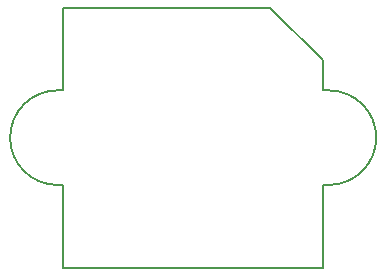
<source format=gbr>
G04 (created by PCBNEW (2013-may-18)-stable) date Ср 04 ноя 2015 02:15:30*
%MOIN*%
G04 Gerber Fmt 3.4, Leading zero omitted, Abs format*
%FSLAX34Y34*%
G01*
G70*
G90*
G04 APERTURE LIST*
%ADD10C,0.00393701*%
%ADD11C,0.00590551*%
G04 APERTURE END LIST*
G54D10*
G54D11*
X15850Y-15250D02*
X15850Y-14250D01*
X14100Y-12500D02*
X7200Y-12500D01*
X15850Y-14250D02*
X14100Y-12500D01*
X5430Y-16838D02*
G75*
G03X7005Y-18412I1574J0D01*
G74*
G01*
X7005Y-15263D02*
G75*
G03X5430Y-16838I0J-1574D01*
G74*
G01*
X16060Y-18412D02*
G75*
G03X17635Y-16838I0J1574D01*
G74*
G01*
X17635Y-16838D02*
G75*
G03X16060Y-15263I-1574J0D01*
G74*
G01*
X15863Y-18412D02*
X16060Y-18412D01*
X15863Y-15263D02*
X16060Y-15263D01*
X7005Y-18412D02*
X7201Y-18412D01*
X7201Y-15263D02*
X7005Y-15263D01*
X7201Y-12507D02*
X7201Y-15263D01*
X15863Y-21168D02*
X15863Y-18412D01*
X7201Y-21168D02*
X15863Y-21168D01*
X7201Y-21168D02*
X7201Y-18412D01*
M02*

</source>
